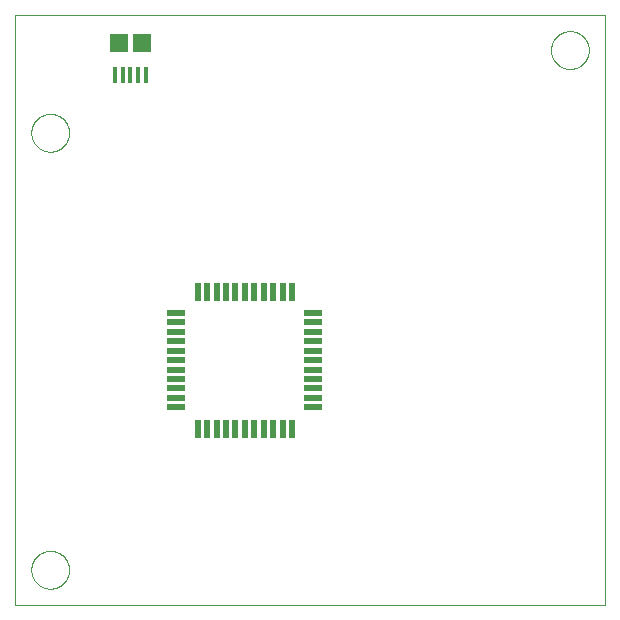
<source format=gtp>
G04 EAGLE Gerber RS-274X export*
G75*
%MOMM*%
%FSLAX34Y34*%
%LPD*%
%INSolder paste top*%
%IPPOS*%
%AMOC8*
5,1,8,0,0,1.08239X$1,22.5*%
G01*
%ADD10C,0.000000*%
%ADD11R,0.400000X1.350000*%
%ADD12R,1.500000X1.500000*%
%ADD13R,1.500000X0.500000*%
%ADD14R,0.500000X1.500000*%


D10*
X0Y0D02*
X500000Y0D01*
X500000Y500000D01*
X0Y500000D01*
X0Y0D01*
X454000Y470000D02*
X454005Y470393D01*
X454019Y470785D01*
X454043Y471177D01*
X454077Y471568D01*
X454120Y471959D01*
X454173Y472348D01*
X454236Y472735D01*
X454307Y473121D01*
X454389Y473506D01*
X454479Y473888D01*
X454580Y474267D01*
X454689Y474645D01*
X454808Y475019D01*
X454935Y475390D01*
X455072Y475758D01*
X455218Y476123D01*
X455373Y476484D01*
X455536Y476841D01*
X455708Y477194D01*
X455889Y477542D01*
X456079Y477886D01*
X456276Y478226D01*
X456482Y478560D01*
X456696Y478889D01*
X456919Y479213D01*
X457149Y479531D01*
X457386Y479844D01*
X457632Y480150D01*
X457885Y480451D01*
X458145Y480745D01*
X458412Y481033D01*
X458686Y481314D01*
X458967Y481588D01*
X459255Y481855D01*
X459549Y482115D01*
X459850Y482368D01*
X460156Y482614D01*
X460469Y482851D01*
X460787Y483081D01*
X461111Y483304D01*
X461440Y483518D01*
X461774Y483724D01*
X462114Y483921D01*
X462458Y484111D01*
X462806Y484292D01*
X463159Y484464D01*
X463516Y484627D01*
X463877Y484782D01*
X464242Y484928D01*
X464610Y485065D01*
X464981Y485192D01*
X465355Y485311D01*
X465733Y485420D01*
X466112Y485521D01*
X466494Y485611D01*
X466879Y485693D01*
X467265Y485764D01*
X467652Y485827D01*
X468041Y485880D01*
X468432Y485923D01*
X468823Y485957D01*
X469215Y485981D01*
X469607Y485995D01*
X470000Y486000D01*
X470393Y485995D01*
X470785Y485981D01*
X471177Y485957D01*
X471568Y485923D01*
X471959Y485880D01*
X472348Y485827D01*
X472735Y485764D01*
X473121Y485693D01*
X473506Y485611D01*
X473888Y485521D01*
X474267Y485420D01*
X474645Y485311D01*
X475019Y485192D01*
X475390Y485065D01*
X475758Y484928D01*
X476123Y484782D01*
X476484Y484627D01*
X476841Y484464D01*
X477194Y484292D01*
X477542Y484111D01*
X477886Y483921D01*
X478226Y483724D01*
X478560Y483518D01*
X478889Y483304D01*
X479213Y483081D01*
X479531Y482851D01*
X479844Y482614D01*
X480150Y482368D01*
X480451Y482115D01*
X480745Y481855D01*
X481033Y481588D01*
X481314Y481314D01*
X481588Y481033D01*
X481855Y480745D01*
X482115Y480451D01*
X482368Y480150D01*
X482614Y479844D01*
X482851Y479531D01*
X483081Y479213D01*
X483304Y478889D01*
X483518Y478560D01*
X483724Y478226D01*
X483921Y477886D01*
X484111Y477542D01*
X484292Y477194D01*
X484464Y476841D01*
X484627Y476484D01*
X484782Y476123D01*
X484928Y475758D01*
X485065Y475390D01*
X485192Y475019D01*
X485311Y474645D01*
X485420Y474267D01*
X485521Y473888D01*
X485611Y473506D01*
X485693Y473121D01*
X485764Y472735D01*
X485827Y472348D01*
X485880Y471959D01*
X485923Y471568D01*
X485957Y471177D01*
X485981Y470785D01*
X485995Y470393D01*
X486000Y470000D01*
X485995Y469607D01*
X485981Y469215D01*
X485957Y468823D01*
X485923Y468432D01*
X485880Y468041D01*
X485827Y467652D01*
X485764Y467265D01*
X485693Y466879D01*
X485611Y466494D01*
X485521Y466112D01*
X485420Y465733D01*
X485311Y465355D01*
X485192Y464981D01*
X485065Y464610D01*
X484928Y464242D01*
X484782Y463877D01*
X484627Y463516D01*
X484464Y463159D01*
X484292Y462806D01*
X484111Y462458D01*
X483921Y462114D01*
X483724Y461774D01*
X483518Y461440D01*
X483304Y461111D01*
X483081Y460787D01*
X482851Y460469D01*
X482614Y460156D01*
X482368Y459850D01*
X482115Y459549D01*
X481855Y459255D01*
X481588Y458967D01*
X481314Y458686D01*
X481033Y458412D01*
X480745Y458145D01*
X480451Y457885D01*
X480150Y457632D01*
X479844Y457386D01*
X479531Y457149D01*
X479213Y456919D01*
X478889Y456696D01*
X478560Y456482D01*
X478226Y456276D01*
X477886Y456079D01*
X477542Y455889D01*
X477194Y455708D01*
X476841Y455536D01*
X476484Y455373D01*
X476123Y455218D01*
X475758Y455072D01*
X475390Y454935D01*
X475019Y454808D01*
X474645Y454689D01*
X474267Y454580D01*
X473888Y454479D01*
X473506Y454389D01*
X473121Y454307D01*
X472735Y454236D01*
X472348Y454173D01*
X471959Y454120D01*
X471568Y454077D01*
X471177Y454043D01*
X470785Y454019D01*
X470393Y454005D01*
X470000Y454000D01*
X469607Y454005D01*
X469215Y454019D01*
X468823Y454043D01*
X468432Y454077D01*
X468041Y454120D01*
X467652Y454173D01*
X467265Y454236D01*
X466879Y454307D01*
X466494Y454389D01*
X466112Y454479D01*
X465733Y454580D01*
X465355Y454689D01*
X464981Y454808D01*
X464610Y454935D01*
X464242Y455072D01*
X463877Y455218D01*
X463516Y455373D01*
X463159Y455536D01*
X462806Y455708D01*
X462458Y455889D01*
X462114Y456079D01*
X461774Y456276D01*
X461440Y456482D01*
X461111Y456696D01*
X460787Y456919D01*
X460469Y457149D01*
X460156Y457386D01*
X459850Y457632D01*
X459549Y457885D01*
X459255Y458145D01*
X458967Y458412D01*
X458686Y458686D01*
X458412Y458967D01*
X458145Y459255D01*
X457885Y459549D01*
X457632Y459850D01*
X457386Y460156D01*
X457149Y460469D01*
X456919Y460787D01*
X456696Y461111D01*
X456482Y461440D01*
X456276Y461774D01*
X456079Y462114D01*
X455889Y462458D01*
X455708Y462806D01*
X455536Y463159D01*
X455373Y463516D01*
X455218Y463877D01*
X455072Y464242D01*
X454935Y464610D01*
X454808Y464981D01*
X454689Y465355D01*
X454580Y465733D01*
X454479Y466112D01*
X454389Y466494D01*
X454307Y466879D01*
X454236Y467265D01*
X454173Y467652D01*
X454120Y468041D01*
X454077Y468432D01*
X454043Y468823D01*
X454019Y469215D01*
X454005Y469607D01*
X454000Y470000D01*
X14000Y400000D02*
X14005Y400393D01*
X14019Y400785D01*
X14043Y401177D01*
X14077Y401568D01*
X14120Y401959D01*
X14173Y402348D01*
X14236Y402735D01*
X14307Y403121D01*
X14389Y403506D01*
X14479Y403888D01*
X14580Y404267D01*
X14689Y404645D01*
X14808Y405019D01*
X14935Y405390D01*
X15072Y405758D01*
X15218Y406123D01*
X15373Y406484D01*
X15536Y406841D01*
X15708Y407194D01*
X15889Y407542D01*
X16079Y407886D01*
X16276Y408226D01*
X16482Y408560D01*
X16696Y408889D01*
X16919Y409213D01*
X17149Y409531D01*
X17386Y409844D01*
X17632Y410150D01*
X17885Y410451D01*
X18145Y410745D01*
X18412Y411033D01*
X18686Y411314D01*
X18967Y411588D01*
X19255Y411855D01*
X19549Y412115D01*
X19850Y412368D01*
X20156Y412614D01*
X20469Y412851D01*
X20787Y413081D01*
X21111Y413304D01*
X21440Y413518D01*
X21774Y413724D01*
X22114Y413921D01*
X22458Y414111D01*
X22806Y414292D01*
X23159Y414464D01*
X23516Y414627D01*
X23877Y414782D01*
X24242Y414928D01*
X24610Y415065D01*
X24981Y415192D01*
X25355Y415311D01*
X25733Y415420D01*
X26112Y415521D01*
X26494Y415611D01*
X26879Y415693D01*
X27265Y415764D01*
X27652Y415827D01*
X28041Y415880D01*
X28432Y415923D01*
X28823Y415957D01*
X29215Y415981D01*
X29607Y415995D01*
X30000Y416000D01*
X30393Y415995D01*
X30785Y415981D01*
X31177Y415957D01*
X31568Y415923D01*
X31959Y415880D01*
X32348Y415827D01*
X32735Y415764D01*
X33121Y415693D01*
X33506Y415611D01*
X33888Y415521D01*
X34267Y415420D01*
X34645Y415311D01*
X35019Y415192D01*
X35390Y415065D01*
X35758Y414928D01*
X36123Y414782D01*
X36484Y414627D01*
X36841Y414464D01*
X37194Y414292D01*
X37542Y414111D01*
X37886Y413921D01*
X38226Y413724D01*
X38560Y413518D01*
X38889Y413304D01*
X39213Y413081D01*
X39531Y412851D01*
X39844Y412614D01*
X40150Y412368D01*
X40451Y412115D01*
X40745Y411855D01*
X41033Y411588D01*
X41314Y411314D01*
X41588Y411033D01*
X41855Y410745D01*
X42115Y410451D01*
X42368Y410150D01*
X42614Y409844D01*
X42851Y409531D01*
X43081Y409213D01*
X43304Y408889D01*
X43518Y408560D01*
X43724Y408226D01*
X43921Y407886D01*
X44111Y407542D01*
X44292Y407194D01*
X44464Y406841D01*
X44627Y406484D01*
X44782Y406123D01*
X44928Y405758D01*
X45065Y405390D01*
X45192Y405019D01*
X45311Y404645D01*
X45420Y404267D01*
X45521Y403888D01*
X45611Y403506D01*
X45693Y403121D01*
X45764Y402735D01*
X45827Y402348D01*
X45880Y401959D01*
X45923Y401568D01*
X45957Y401177D01*
X45981Y400785D01*
X45995Y400393D01*
X46000Y400000D01*
X45995Y399607D01*
X45981Y399215D01*
X45957Y398823D01*
X45923Y398432D01*
X45880Y398041D01*
X45827Y397652D01*
X45764Y397265D01*
X45693Y396879D01*
X45611Y396494D01*
X45521Y396112D01*
X45420Y395733D01*
X45311Y395355D01*
X45192Y394981D01*
X45065Y394610D01*
X44928Y394242D01*
X44782Y393877D01*
X44627Y393516D01*
X44464Y393159D01*
X44292Y392806D01*
X44111Y392458D01*
X43921Y392114D01*
X43724Y391774D01*
X43518Y391440D01*
X43304Y391111D01*
X43081Y390787D01*
X42851Y390469D01*
X42614Y390156D01*
X42368Y389850D01*
X42115Y389549D01*
X41855Y389255D01*
X41588Y388967D01*
X41314Y388686D01*
X41033Y388412D01*
X40745Y388145D01*
X40451Y387885D01*
X40150Y387632D01*
X39844Y387386D01*
X39531Y387149D01*
X39213Y386919D01*
X38889Y386696D01*
X38560Y386482D01*
X38226Y386276D01*
X37886Y386079D01*
X37542Y385889D01*
X37194Y385708D01*
X36841Y385536D01*
X36484Y385373D01*
X36123Y385218D01*
X35758Y385072D01*
X35390Y384935D01*
X35019Y384808D01*
X34645Y384689D01*
X34267Y384580D01*
X33888Y384479D01*
X33506Y384389D01*
X33121Y384307D01*
X32735Y384236D01*
X32348Y384173D01*
X31959Y384120D01*
X31568Y384077D01*
X31177Y384043D01*
X30785Y384019D01*
X30393Y384005D01*
X30000Y384000D01*
X29607Y384005D01*
X29215Y384019D01*
X28823Y384043D01*
X28432Y384077D01*
X28041Y384120D01*
X27652Y384173D01*
X27265Y384236D01*
X26879Y384307D01*
X26494Y384389D01*
X26112Y384479D01*
X25733Y384580D01*
X25355Y384689D01*
X24981Y384808D01*
X24610Y384935D01*
X24242Y385072D01*
X23877Y385218D01*
X23516Y385373D01*
X23159Y385536D01*
X22806Y385708D01*
X22458Y385889D01*
X22114Y386079D01*
X21774Y386276D01*
X21440Y386482D01*
X21111Y386696D01*
X20787Y386919D01*
X20469Y387149D01*
X20156Y387386D01*
X19850Y387632D01*
X19549Y387885D01*
X19255Y388145D01*
X18967Y388412D01*
X18686Y388686D01*
X18412Y388967D01*
X18145Y389255D01*
X17885Y389549D01*
X17632Y389850D01*
X17386Y390156D01*
X17149Y390469D01*
X16919Y390787D01*
X16696Y391111D01*
X16482Y391440D01*
X16276Y391774D01*
X16079Y392114D01*
X15889Y392458D01*
X15708Y392806D01*
X15536Y393159D01*
X15373Y393516D01*
X15218Y393877D01*
X15072Y394242D01*
X14935Y394610D01*
X14808Y394981D01*
X14689Y395355D01*
X14580Y395733D01*
X14479Y396112D01*
X14389Y396494D01*
X14307Y396879D01*
X14236Y397265D01*
X14173Y397652D01*
X14120Y398041D01*
X14077Y398432D01*
X14043Y398823D01*
X14019Y399215D01*
X14005Y399607D01*
X14000Y400000D01*
X14000Y30000D02*
X14005Y30393D01*
X14019Y30785D01*
X14043Y31177D01*
X14077Y31568D01*
X14120Y31959D01*
X14173Y32348D01*
X14236Y32735D01*
X14307Y33121D01*
X14389Y33506D01*
X14479Y33888D01*
X14580Y34267D01*
X14689Y34645D01*
X14808Y35019D01*
X14935Y35390D01*
X15072Y35758D01*
X15218Y36123D01*
X15373Y36484D01*
X15536Y36841D01*
X15708Y37194D01*
X15889Y37542D01*
X16079Y37886D01*
X16276Y38226D01*
X16482Y38560D01*
X16696Y38889D01*
X16919Y39213D01*
X17149Y39531D01*
X17386Y39844D01*
X17632Y40150D01*
X17885Y40451D01*
X18145Y40745D01*
X18412Y41033D01*
X18686Y41314D01*
X18967Y41588D01*
X19255Y41855D01*
X19549Y42115D01*
X19850Y42368D01*
X20156Y42614D01*
X20469Y42851D01*
X20787Y43081D01*
X21111Y43304D01*
X21440Y43518D01*
X21774Y43724D01*
X22114Y43921D01*
X22458Y44111D01*
X22806Y44292D01*
X23159Y44464D01*
X23516Y44627D01*
X23877Y44782D01*
X24242Y44928D01*
X24610Y45065D01*
X24981Y45192D01*
X25355Y45311D01*
X25733Y45420D01*
X26112Y45521D01*
X26494Y45611D01*
X26879Y45693D01*
X27265Y45764D01*
X27652Y45827D01*
X28041Y45880D01*
X28432Y45923D01*
X28823Y45957D01*
X29215Y45981D01*
X29607Y45995D01*
X30000Y46000D01*
X30393Y45995D01*
X30785Y45981D01*
X31177Y45957D01*
X31568Y45923D01*
X31959Y45880D01*
X32348Y45827D01*
X32735Y45764D01*
X33121Y45693D01*
X33506Y45611D01*
X33888Y45521D01*
X34267Y45420D01*
X34645Y45311D01*
X35019Y45192D01*
X35390Y45065D01*
X35758Y44928D01*
X36123Y44782D01*
X36484Y44627D01*
X36841Y44464D01*
X37194Y44292D01*
X37542Y44111D01*
X37886Y43921D01*
X38226Y43724D01*
X38560Y43518D01*
X38889Y43304D01*
X39213Y43081D01*
X39531Y42851D01*
X39844Y42614D01*
X40150Y42368D01*
X40451Y42115D01*
X40745Y41855D01*
X41033Y41588D01*
X41314Y41314D01*
X41588Y41033D01*
X41855Y40745D01*
X42115Y40451D01*
X42368Y40150D01*
X42614Y39844D01*
X42851Y39531D01*
X43081Y39213D01*
X43304Y38889D01*
X43518Y38560D01*
X43724Y38226D01*
X43921Y37886D01*
X44111Y37542D01*
X44292Y37194D01*
X44464Y36841D01*
X44627Y36484D01*
X44782Y36123D01*
X44928Y35758D01*
X45065Y35390D01*
X45192Y35019D01*
X45311Y34645D01*
X45420Y34267D01*
X45521Y33888D01*
X45611Y33506D01*
X45693Y33121D01*
X45764Y32735D01*
X45827Y32348D01*
X45880Y31959D01*
X45923Y31568D01*
X45957Y31177D01*
X45981Y30785D01*
X45995Y30393D01*
X46000Y30000D01*
X45995Y29607D01*
X45981Y29215D01*
X45957Y28823D01*
X45923Y28432D01*
X45880Y28041D01*
X45827Y27652D01*
X45764Y27265D01*
X45693Y26879D01*
X45611Y26494D01*
X45521Y26112D01*
X45420Y25733D01*
X45311Y25355D01*
X45192Y24981D01*
X45065Y24610D01*
X44928Y24242D01*
X44782Y23877D01*
X44627Y23516D01*
X44464Y23159D01*
X44292Y22806D01*
X44111Y22458D01*
X43921Y22114D01*
X43724Y21774D01*
X43518Y21440D01*
X43304Y21111D01*
X43081Y20787D01*
X42851Y20469D01*
X42614Y20156D01*
X42368Y19850D01*
X42115Y19549D01*
X41855Y19255D01*
X41588Y18967D01*
X41314Y18686D01*
X41033Y18412D01*
X40745Y18145D01*
X40451Y17885D01*
X40150Y17632D01*
X39844Y17386D01*
X39531Y17149D01*
X39213Y16919D01*
X38889Y16696D01*
X38560Y16482D01*
X38226Y16276D01*
X37886Y16079D01*
X37542Y15889D01*
X37194Y15708D01*
X36841Y15536D01*
X36484Y15373D01*
X36123Y15218D01*
X35758Y15072D01*
X35390Y14935D01*
X35019Y14808D01*
X34645Y14689D01*
X34267Y14580D01*
X33888Y14479D01*
X33506Y14389D01*
X33121Y14307D01*
X32735Y14236D01*
X32348Y14173D01*
X31959Y14120D01*
X31568Y14077D01*
X31177Y14043D01*
X30785Y14019D01*
X30393Y14005D01*
X30000Y14000D01*
X29607Y14005D01*
X29215Y14019D01*
X28823Y14043D01*
X28432Y14077D01*
X28041Y14120D01*
X27652Y14173D01*
X27265Y14236D01*
X26879Y14307D01*
X26494Y14389D01*
X26112Y14479D01*
X25733Y14580D01*
X25355Y14689D01*
X24981Y14808D01*
X24610Y14935D01*
X24242Y15072D01*
X23877Y15218D01*
X23516Y15373D01*
X23159Y15536D01*
X22806Y15708D01*
X22458Y15889D01*
X22114Y16079D01*
X21774Y16276D01*
X21440Y16482D01*
X21111Y16696D01*
X20787Y16919D01*
X20469Y17149D01*
X20156Y17386D01*
X19850Y17632D01*
X19549Y17885D01*
X19255Y18145D01*
X18967Y18412D01*
X18686Y18686D01*
X18412Y18967D01*
X18145Y19255D01*
X17885Y19549D01*
X17632Y19850D01*
X17386Y20156D01*
X17149Y20469D01*
X16919Y20787D01*
X16696Y21111D01*
X16482Y21440D01*
X16276Y21774D01*
X16079Y22114D01*
X15889Y22458D01*
X15708Y22806D01*
X15536Y23159D01*
X15373Y23516D01*
X15218Y23877D01*
X15072Y24242D01*
X14935Y24610D01*
X14808Y24981D01*
X14689Y25355D01*
X14580Y25733D01*
X14479Y26112D01*
X14389Y26494D01*
X14307Y26879D01*
X14236Y27265D01*
X14173Y27652D01*
X14120Y28041D01*
X14077Y28432D01*
X14043Y28823D01*
X14019Y29215D01*
X14005Y29607D01*
X14000Y30000D01*
D11*
X97900Y448700D03*
X91400Y448700D03*
X84900Y448700D03*
X104400Y448700D03*
X110900Y448700D03*
D12*
X107900Y475700D03*
X87900Y475700D03*
D13*
X136800Y247500D03*
X136800Y239500D03*
X136800Y231500D03*
X136800Y223500D03*
X136800Y215500D03*
X136800Y207500D03*
X136800Y199500D03*
X136800Y191500D03*
X136800Y183500D03*
X136800Y175500D03*
X136800Y167500D03*
D14*
X154800Y149500D03*
X162800Y149500D03*
X170800Y149500D03*
X178800Y149500D03*
X186800Y149500D03*
X194800Y149500D03*
X202800Y149500D03*
X210800Y149500D03*
X218800Y149500D03*
X226800Y149500D03*
X234800Y149500D03*
D13*
X252800Y167500D03*
X252800Y175500D03*
X252800Y183500D03*
X252800Y191500D03*
X252800Y199500D03*
X252800Y207500D03*
X252800Y215500D03*
X252800Y223500D03*
X252800Y231500D03*
X252800Y239500D03*
X252800Y247500D03*
D14*
X234800Y265500D03*
X226800Y265500D03*
X218800Y265500D03*
X210800Y265500D03*
X202800Y265500D03*
X194800Y265500D03*
X186800Y265500D03*
X178800Y265500D03*
X170800Y265500D03*
X162800Y265500D03*
X154800Y265500D03*
M02*

</source>
